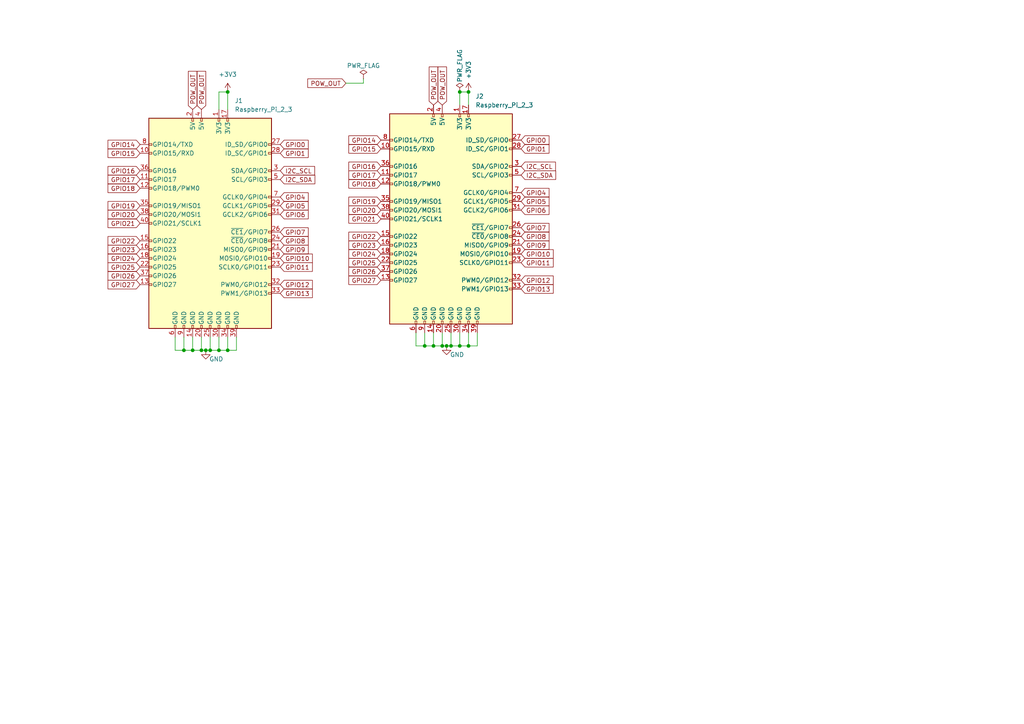
<source format=kicad_sch>
(kicad_sch (version 20211123) (generator eeschema)
  (paper "A4")
  (lib_symbols
    (symbol "Connector:Raspberry_Pi_2_3" (pin_names (offset 1.016))
      (property "Reference" "J" (at -17.78 31.75 0))
      (property "Value" "Raspberry_Pi_2_3" (at 10.16 -31.75 0))
      (symbol "Raspberry_Pi_2_3_0_1"
        (rectangle (start -17.78 30.48) (end 17.78 -30.48) (stroke (width 0.254)) (fill (type background)))
      )
      (symbol "Raspberry_Pi_2_3_1_1"
        (rectangle (start -16.891 -17.526) (end -17.78 -18.034))
        (rectangle (start -16.891 -14.986) (end -17.78 -15.494))
        (rectangle (start -16.891 -12.446) (end -17.78 -12.954))
        (rectangle (start -16.891 -9.906) (end -17.78 -10.414))
        (rectangle (start -16.891 -7.366) (end -17.78 -7.874))
        (rectangle (start -16.891 -4.826) (end -17.78 -5.334))
        (rectangle (start -16.891 0.254) (end -17.78 -0.254))
        (rectangle (start -16.891 2.794) (end -17.78 2.286))
        (rectangle (start -16.891 5.334) (end -17.78 4.826))
        (rectangle (start -16.891 10.414) (end -17.78 9.906))
        (rectangle (start -16.891 12.954) (end -17.78 12.446))
        (rectangle (start -16.891 15.494) (end -17.78 14.986))
        (rectangle (start -16.891 20.574) (end -17.78 20.066))
        (rectangle (start -16.891 23.114) (end -17.78 22.606))
        (rectangle (start -10.414 -29.591) (end -9.906 -30.48))
        (rectangle (start -7.874 -29.591) (end -7.366 -30.48))
        (rectangle (start -5.334 -29.591) (end -4.826 -30.48))
        (rectangle (start -5.334 30.48) (end -4.826 29.591))
        (rectangle (start -2.794 -29.591) (end -2.286 -30.48))
        (rectangle (start -2.794 30.48) (end -2.286 29.591))
        (rectangle (start -0.254 -29.591) (end 0.254 -30.48))
        (rectangle (start 2.286 -29.591) (end 2.794 -30.48))
        (rectangle (start 2.286 30.48) (end 2.794 29.591))
        (rectangle (start 4.826 -29.591) (end 5.334 -30.48))
        (rectangle (start 4.826 30.48) (end 5.334 29.591))
        (rectangle (start 7.366 -29.591) (end 7.874 -30.48))
        (rectangle (start 17.78 -20.066) (end 16.891 -20.574))
        (rectangle (start 17.78 -17.526) (end 16.891 -18.034))
        (rectangle (start 17.78 -12.446) (end 16.891 -12.954))
        (rectangle (start 17.78 -9.906) (end 16.891 -10.414))
        (rectangle (start 17.78 -7.366) (end 16.891 -7.874))
        (rectangle (start 17.78 -4.826) (end 16.891 -5.334))
        (rectangle (start 17.78 -2.286) (end 16.891 -2.794))
        (rectangle (start 17.78 2.794) (end 16.891 2.286))
        (rectangle (start 17.78 5.334) (end 16.891 4.826))
        (rectangle (start 17.78 7.874) (end 16.891 7.366))
        (rectangle (start 17.78 12.954) (end 16.891 12.446))
        (rectangle (start 17.78 15.494) (end 16.891 14.986))
        (rectangle (start 17.78 20.574) (end 16.891 20.066))
        (rectangle (start 17.78 23.114) (end 16.891 22.606))
        (pin power_in line (at 2.54 33.02 270) (length 2.54) (name "3V3") (number "1"))
        (pin bidirectional line (at -20.32 20.32 0) (length 2.54) (name "GPIO15/RXD") (number "10"))
        (pin bidirectional line (at -20.32 12.7 0) (length 2.54) (name "GPIO17") (number "11"))
        (pin bidirectional line (at -20.32 10.16 0) (length 2.54) (name "GPIO18/PWM0") (number "12"))
        (pin bidirectional line (at -20.32 -17.78 0) (length 2.54) (name "GPIO27") (number "13"))
        (pin power_in line (at -5.08 -33.02 90) (length 2.54) (name "GND") (number "14"))
        (pin bidirectional line (at -20.32 -5.08 0) (length 2.54) (name "GPIO22") (number "15"))
        (pin bidirectional line (at -20.32 -7.62 0) (length 2.54) (name "GPIO23") (number "16"))
        (pin power_in line (at 5.08 33.02 270) (length 2.54) (name "3V3") (number "17"))
        (pin bidirectional line (at -20.32 -10.16 0) (length 2.54) (name "GPIO24") (number "18"))
        (pin bidirectional line (at 20.32 -10.16 180) (length 2.54) (name "MOSI0/GPIO10") (number "19"))
        (pin power_in line (at -5.08 33.02 270) (length 2.54) (name "5V") (number "2"))
        (pin power_in line (at -2.54 -33.02 90) (length 2.54) (name "GND") (number "20"))
        (pin bidirectional line (at 20.32 -7.62 180) (length 2.54) (name "MISO0/GPIO9") (number "21"))
        (pin bidirectional line (at -20.32 -12.7 0) (length 2.54) (name "GPIO25") (number "22"))
        (pin bidirectional line (at 20.32 -12.7 180) (length 2.54) (name "SCLK0/GPIO11") (number "23"))
        (pin bidirectional line (at 20.32 -5.08 180) (length 2.54) (name "~{CE0}/GPIO8") (number "24"))
        (pin power_in line (at 0 -33.02 90) (length 2.54) (name "GND") (number "25"))
        (pin bidirectional line (at 20.32 -2.54 180) (length 2.54) (name "~{CE1}/GPIO7") (number "26"))
        (pin bidirectional line (at 20.32 22.86 180) (length 2.54) (name "ID_SD/GPIO0") (number "27"))
        (pin bidirectional line (at 20.32 20.32 180) (length 2.54) (name "ID_SC/GPIO1") (number "28"))
        (pin bidirectional line (at 20.32 5.08 180) (length 2.54) (name "GCLK1/GPIO5") (number "29"))
        (pin bidirectional line (at 20.32 15.24 180) (length 2.54) (name "SDA/GPIO2") (number "3"))
        (pin power_in line (at 2.54 -33.02 90) (length 2.54) (name "GND") (number "30"))
        (pin bidirectional line (at 20.32 2.54 180) (length 2.54) (name "GCLK2/GPIO6") (number "31"))
        (pin bidirectional line (at 20.32 -17.78 180) (length 2.54) (name "PWM0/GPIO12") (number "32"))
        (pin bidirectional line (at 20.32 -20.32 180) (length 2.54) (name "PWM1/GPIO13") (number "33"))
        (pin power_in line (at 5.08 -33.02 90) (length 2.54) (name "GND") (number "34"))
        (pin bidirectional line (at -20.32 5.08 0) (length 2.54) (name "GPIO19/MISO1") (number "35"))
        (pin bidirectional line (at -20.32 15.24 0) (length 2.54) (name "GPIO16") (number "36"))
        (pin bidirectional line (at -20.32 -15.24 0) (length 2.54) (name "GPIO26") (number "37"))
        (pin bidirectional line (at -20.32 2.54 0) (length 2.54) (name "GPIO20/MOSI1") (number "38"))
        (pin power_in line (at 7.62 -33.02 90) (length 2.54) (name "GND") (number "39"))
        (pin power_in line (at -2.54 33.02 270) (length 2.54) (name "5V") (number "4"))
        (pin bidirectional line (at -20.32 0 0) (length 2.54) (name "GPIO21/SCLK1") (number "40"))
        (pin bidirectional line (at 20.32 12.7 180) (length 2.54) (name "SCL/GPIO3") (number "5"))
        (pin power_in line (at -10.16 -33.02 90) (length 2.54) (name "GND") (number "6"))
        (pin bidirectional line (at 20.32 7.62 180) (length 2.54) (name "GCLK0/GPIO4") (number "7"))
        (pin bidirectional line (at -20.32 22.86 0) (length 2.54) (name "GPIO14/TXD") (number "8"))
        (pin power_in line (at -7.62 -33.02 90) (length 2.54) (name "GND") (number "9"))
      )
    )
    (symbol "power:+3.3V" (power) (pin_names (offset 0))
      (property "Value" "+3.3V" (at 0 3.556 0))
      (symbol "+3.3V_0_1"
        (polyline (pts (xy -0.762 1.27) (xy 0 2.54)))
        (polyline (pts (xy 0 0) (xy 0 2.54)))
        (polyline (pts (xy 0 2.54) (xy 0.762 1.27)))
      )
      (symbol "+3.3V_1_1"
        (pin power_in line (at 0 0 90) (length 0) hide (name "+3V3") (number "1"))
      )
    )
    (symbol "power:GND" (power) (pin_names (offset 0))
      (property "Value" "GND" (at 0 -3.81 0))
      (symbol "GND_0_1"
        (polyline (pts (xy 0 0) (xy 0 -1.27) (xy 1.27 -1.27) (xy 0 -2.54) (xy -1.27 -1.27) (xy 0 -1.27)))
      )
      (symbol "GND_1_1"
        (pin power_in line (at 0 0 270) (length 0) hide (name "GND") (number "1"))
      )
    )
    (symbol "power:PWR_FLAG" (power) (pin_numbers hide) (pin_names (offset 0) hide)
      (property "Value" "PWR_FLAG" (at 0 3.81 0))
      (symbol "PWR_FLAG_0_0"
        (pin power_out line (at 0 0 90) (length 0) (name "pwr") (number "1"))
      )
      (symbol "PWR_FLAG_0_1"
        (polyline (pts (xy 0 0) (xy 0 1.27) (xy -1.016 1.905) (xy 0 2.54) (xy 1.016 1.905) (xy 0 1.27)))
      )
    )
  )
  (junction (at 135.89 100.33))
  (junction (at 133.35 26.67))
  (junction (at 63.5 101.6))
  (junction (at 58.42 101.6))
  (junction (at 129.54 100.33))
  (junction (at 125.73 100.33))
  (junction (at 123.19 100.33))
  (junction (at 130.81 100.33))
  (junction (at 66.04 101.6))
  (junction (at 53.34 101.6))
  (junction (at 59.69 101.6))
  (junction (at 66.04 26.67))
  (junction (at 55.88 101.6))
  (junction (at 133.35 100.33))
  (junction (at 128.27 100.33))
  (junction (at 135.89 26.67))
  (junction (at 60.96 101.6))
  (wire (pts (xy 60.96 101.6) (xy 59.69 101.6)))
  (wire (pts (xy 128.27 96.52) (xy 128.27 100.33)))
  (wire (pts (xy 66.04 26.67) (xy 66.04 31.75)))
  (wire (pts (xy 135.89 96.52) (xy 135.89 100.33)))
  (wire (pts (xy 135.89 100.33) (xy 133.35 100.33)))
  (wire (pts (xy 133.35 96.52) (xy 133.35 100.33)))
  (wire (pts (xy 63.5 26.67) (xy 66.04 26.67)))
  (wire (pts (xy 130.81 96.52) (xy 130.81 100.33)))
  (wire (pts (xy 120.65 96.52) (xy 120.65 100.33)))
  (wire (pts (xy 55.88 97.79) (xy 55.88 101.6)))
  (wire (pts (xy 58.42 97.79) (xy 58.42 101.6)))
  (wire (pts (xy 135.89 30.48) (xy 135.89 26.67)))
  (wire (pts (xy 68.58 97.79) (xy 68.58 101.6)))
  (wire (pts (xy 105.41 24.13) (xy 105.41 22.86)))
  (wire (pts (xy 55.88 101.6) (xy 58.42 101.6)))
  (wire (pts (xy 53.34 101.6) (xy 55.88 101.6)))
  (wire (pts (xy 100.33 24.13) (xy 105.41 24.13)))
  (wire (pts (xy 123.19 100.33) (xy 125.73 100.33)))
  (wire (pts (xy 66.04 101.6) (xy 63.5 101.6)))
  (wire (pts (xy 60.96 97.79) (xy 60.96 101.6)))
  (wire (pts (xy 50.8 97.79) (xy 50.8 101.6)))
  (wire (pts (xy 133.35 26.67) (xy 133.35 30.48)))
  (wire (pts (xy 135.89 26.67) (xy 133.35 26.67)))
  (wire (pts (xy 125.73 96.52) (xy 125.73 100.33)))
  (wire (pts (xy 63.5 97.79) (xy 63.5 101.6)))
  (wire (pts (xy 63.5 101.6) (xy 60.96 101.6)))
  (wire (pts (xy 53.34 97.79) (xy 53.34 101.6)))
  (wire (pts (xy 133.35 100.33) (xy 130.81 100.33)))
  (wire (pts (xy 125.73 100.33) (xy 128.27 100.33)))
  (wire (pts (xy 66.04 97.79) (xy 66.04 101.6)))
  (wire (pts (xy 138.43 100.33) (xy 135.89 100.33)))
  (wire (pts (xy 120.65 100.33) (xy 123.19 100.33)))
  (wire (pts (xy 63.5 31.75) (xy 63.5 26.67)))
  (wire (pts (xy 128.27 100.33) (xy 129.54 100.33)))
  (wire (pts (xy 123.19 96.52) (xy 123.19 100.33)))
  (wire (pts (xy 68.58 101.6) (xy 66.04 101.6)))
  (wire (pts (xy 50.8 101.6) (xy 53.34 101.6)))
  (wire (pts (xy 138.43 96.52) (xy 138.43 100.33)))
  (wire (pts (xy 58.42 101.6) (xy 59.69 101.6)))
  (wire (pts (xy 130.81 100.33) (xy 129.54 100.33)))
  (global_label "GPIO15" (shape input) (at 40.64 44.45 180) (property "Intersheet References" "${INTERSHEET_REFS}" (effects hide)))
  (global_label "GPIO22" (shape input) (at 110.49 68.58 180) (property "Intersheet References" "${INTERSHEET_REFS}" (effects hide)))
  (global_label "GPIO16" (shape input) (at 40.64 49.53 180) (property "Intersheet References" "${INTERSHEET_REFS}" (effects hide)))
  (global_label "GPIO26" (shape input) (at 40.64 80.01 180) (property "Intersheet References" "${INTERSHEET_REFS}" (effects hide)))
  (global_label "GPIO12" (shape input) (at 81.28 82.55 0) (property "Intersheet References" "${INTERSHEET_REFS}" (effects hide)))
  (global_label "GPIO24" (shape input) (at 40.64 74.93 180) (property "Intersheet References" "${INTERSHEET_REFS}" (effects hide)))
  (global_label "GPIO19" (shape input) (at 110.49 58.42 180) (property "Intersheet References" "${INTERSHEET_REFS}" (effects hide)))
  (global_label "GPIO22" (shape input) (at 40.64 69.85 180) (property "Intersheet References" "${INTERSHEET_REFS}" (effects hide)))
  (global_label "GPIO13" (shape input) (at 81.28 85.09 0) (property "Intersheet References" "${INTERSHEET_REFS}" (effects hide)))
  (global_label "GPIO0" (shape input) (at 151.13 40.64 0) (property "Intersheet References" "${INTERSHEET_REFS}" (effects hide)))
  (global_label "GPIO6" (shape input) (at 81.28 62.23 0) (property "Intersheet References" "${INTERSHEET_REFS}" (effects hide)))
  (global_label "GPIO25" (shape input) (at 40.64 77.47 180) (property "Intersheet References" "${INTERSHEET_REFS}" (effects hide)))
  (global_label "GPIO10" (shape input) (at 151.13 73.66 0) (property "Intersheet References" "${INTERSHEET_REFS}" (effects hide)))
  (global_label "POW_OUT" (shape input) (at 58.42 31.75 90) (property "Intersheet References" "${INTERSHEET_REFS}" (effects hide)))
  (global_label "GPIO18" (shape input) (at 40.64 54.61 180) (property "Intersheet References" "${INTERSHEET_REFS}" (effects hide)))
  (global_label "GPIO21" (shape input) (at 40.64 64.77 180) (property "Intersheet References" "${INTERSHEET_REFS}" (effects hide)))
  (global_label "GPIO11" (shape input) (at 81.28 77.47 0) (property "Intersheet References" "${INTERSHEET_REFS}" (effects hide)))
  (global_label "GPIO14" (shape input) (at 40.64 41.91 180) (property "Intersheet References" "${INTERSHEET_REFS}" (effects hide)))
  (global_label "GPIO5" (shape input) (at 151.13 58.42 0) (property "Intersheet References" "${INTERSHEET_REFS}" (effects hide)))
  (global_label "GPIO15" (shape input) (at 110.49 43.18 180) (property "Intersheet References" "${INTERSHEET_REFS}" (effects hide)))
  (global_label "POW_OUT" (shape input) (at 125.73 30.48 90) (property "Intersheet References" "${INTERSHEET_REFS}" (effects hide)))
  (global_label "GPIO25" (shape input) (at 110.49 76.2 180) (property "Intersheet References" "${INTERSHEET_REFS}" (effects hide)))
  (global_label "GPIO8" (shape input) (at 81.28 69.85 0) (property "Intersheet References" "${INTERSHEET_REFS}" (effects hide)))
  (global_label "GPIO23" (shape input) (at 40.64 72.39 180) (property "Intersheet References" "${INTERSHEET_REFS}" (effects hide)))
  (global_label "GPIO4" (shape input) (at 151.13 55.88 0) (property "Intersheet References" "${INTERSHEET_REFS}" (effects hide)))
  (global_label "GPIO6" (shape input) (at 151.13 60.96 0) (property "Intersheet References" "${INTERSHEET_REFS}" (effects hide)))
  (global_label "GPIO4" (shape input) (at 81.28 57.15 0) (property "Intersheet References" "${INTERSHEET_REFS}" (effects hide)))
  (global_label "GPIO0" (shape input) (at 81.28 41.91 0) (property "Intersheet References" "${INTERSHEET_REFS}" (effects hide)))
  (global_label "GPIO27" (shape input) (at 110.49 81.28 180) (property "Intersheet References" "${INTERSHEET_REFS}" (effects hide)))
  (global_label "I2C_SCL" (shape input) (at 81.28 49.53 0) (property "Intersheet References" "${INTERSHEET_REFS}" (effects hide)))
  (global_label "POW_OUT" (shape input) (at 55.88 31.75 90) (property "Intersheet References" "${INTERSHEET_REFS}" (effects hide)))
  (global_label "GPIO11" (shape input) (at 151.13 76.2 0) (property "Intersheet References" "${INTERSHEET_REFS}" (effects hide)))
  (global_label "GPIO17" (shape input) (at 110.49 50.8 180) (property "Intersheet References" "${INTERSHEET_REFS}" (effects hide)))
  (global_label "GPIO1" (shape input) (at 81.28 44.45 0) (property "Intersheet References" "${INTERSHEET_REFS}" (effects hide)))
  (global_label "GPIO20" (shape input) (at 110.49 60.96 180) (property "Intersheet References" "${INTERSHEET_REFS}" (effects hide)))
  (global_label "GPIO27" (shape input) (at 40.64 82.55 180) (property "Intersheet References" "${INTERSHEET_REFS}" (effects hide)))
  (global_label "GPIO19" (shape input) (at 40.64 59.69 180) (property "Intersheet References" "${INTERSHEET_REFS}" (effects hide)))
  (global_label "GPIO9" (shape input) (at 81.28 72.39 0) (property "Intersheet References" "${INTERSHEET_REFS}" (effects hide)))
  (global_label "GPIO16" (shape input) (at 110.49 48.26 180) (property "Intersheet References" "${INTERSHEET_REFS}" (effects hide)))
  (global_label "GPIO8" (shape input) (at 151.13 68.58 0) (property "Intersheet References" "${INTERSHEET_REFS}" (effects hide)))
  (global_label "GPIO5" (shape input) (at 81.28 59.69 0) (property "Intersheet References" "${INTERSHEET_REFS}" (effects hide)))
  (global_label "GPIO1" (shape input) (at 151.13 43.18 0) (property "Intersheet References" "${INTERSHEET_REFS}" (effects hide)))
  (global_label "GPIO23" (shape input) (at 110.49 71.12 180) (property "Intersheet References" "${INTERSHEET_REFS}" (effects hide)))
  (global_label "GPIO17" (shape input) (at 40.64 52.07 180) (property "Intersheet References" "${INTERSHEET_REFS}" (effects hide)))
  (global_label "POW_OUT" (shape input) (at 128.27 30.48 90) (property "Intersheet References" "${INTERSHEET_REFS}" (effects hide)))
  (global_label "I2C_SDA" (shape input) (at 151.13 50.8 0) (property "Intersheet References" "${INTERSHEET_REFS}" (effects hide)))
  (global_label "I2C_SCL" (shape input) (at 151.13 48.26 0) (property "Intersheet References" "${INTERSHEET_REFS}" (effects hide)))
  (global_label "GPIO12" (shape input) (at 151.13 81.28 0) (property "Intersheet References" "${INTERSHEET_REFS}" (effects hide)))
  (global_label "GPIO21" (shape input) (at 110.49 63.5 180) (property "Intersheet References" "${INTERSHEET_REFS}" (effects hide)))
  (global_label "GPIO7" (shape input) (at 81.28 67.31 0) (property "Intersheet References" "${INTERSHEET_REFS}" (effects hide)))
  (global_label "GPIO9" (shape input) (at 151.13 71.12 0) (property "Intersheet References" "${INTERSHEET_REFS}" (effects hide)))
  (global_label "GPIO13" (shape input) (at 151.13 83.82 0) (property "Intersheet References" "${INTERSHEET_REFS}" (effects hide)))
  (global_label "GPIO20" (shape input) (at 40.64 62.23 180) (property "Intersheet References" "${INTERSHEET_REFS}" (effects hide)))
  (global_label "GPIO24" (shape input) (at 110.49 73.66 180) (property "Intersheet References" "${INTERSHEET_REFS}" (effects hide)))
  (global_label "GPIO14" (shape input) (at 110.49 40.64 180) (property "Intersheet References" "${INTERSHEET_REFS}" (effects hide)))
  (global_label "GPIO7" (shape input) (at 151.13 66.04 0) (property "Intersheet References" "${INTERSHEET_REFS}" (effects hide)))
  (global_label "I2C_SDA" (shape input) (at 81.28 52.07 0) (property "Intersheet References" "${INTERSHEET_REFS}" (effects hide)))
  (global_label "POW_OUT" (shape input) (at 100.33 24.13 180) (property "Intersheet References" "${INTERSHEET_REFS}" (effects hide)))
  (global_label "GPIO26" (shape input) (at 110.49 78.74 180) (property "Intersheet References" "${INTERSHEET_REFS}" (effects hide)))
  (global_label "GPIO18" (shape input) (at 110.49 53.34 180) (property "Intersheet References" "${INTERSHEET_REFS}" (effects hide)))
  (global_label "GPIO10" (shape input) (at 81.28 74.93 0) (property "Intersheet References" "${INTERSHEET_REFS}" (effects hide)))
  (symbol (lib_id "power:+3.3V") (at 66.04 26.67 0) (unit 1)
    (property "Reference" "#PWR012" (effects hide))
    (property "Value" "+3.3V" (at 66.04 21.59 0))
  )
  (symbol (lib_id "power:GND") (at 129.54 100.33 0) (unit 1)
    (property "Reference" "#PWR034" (effects hide))
    (property "Value" "GND" (at 134.62 102.87 0) (effects (justify right)))
  )
  (symbol (lib_id "power:GND") (at 59.69 101.6 0) (unit 1)
    (property "Reference" "#PWR09" (effects hide))
    (property "Value" "GND" (at 64.77 104.14 0) (effects (justify right)))
  )
  (symbol (lib_id "power:+3.3V") (at 135.89 26.67 0) (unit 1)
    (property "Reference" "#PWR035" (effects hide))
    (property "Value" "+3.3V" (at 135.89 20.32 90))
  )
  (symbol (lib_id "Connector:Raspberry_Pi_2_3") (at 130.81 63.5 0) (unit 1)
    (property "Reference" "J2" (at 137.9094 27.94 0) (effects (justify left)))
    (property "Value" "Raspberry_Pi_2_3" (at 137.9094 30.48 0) (effects (justify left)))
    (property "Footprint" "Connector_PinSocket_2.54mm:PinSocket_2x20_P2.54mm_Vertical" (effects hide))
    (property "Datasheet" "https://www.raspberrypi.org/documentation/hardware/raspberrypi/schematics/rpi_SCH_3bplus_1p0_reduced.pdf" (effects hide))
    (property "LCSC" "DNP" (effects hide))
  )
  (symbol (lib_id "power:PWR_FLAG") (at 133.35 26.67 0) (unit 1)
    (property "Reference" "#FLG0101" (effects hide))
    (property "Value" "PWR_FLAG" (at 133.35 19.05 90))
  )
  (symbol (lib_id "power:PWR_FLAG") (at 105.41 22.86 0) (unit 1)
    (property "Reference" "#FLG0102" (effects hide))
    (property "Value" "PWR_FLAG" (at 105.41 19.05 0))
  )
  (symbol (lib_id "Connector:Raspberry_Pi_2_3") (at 60.96 64.77 0) (unit 1)
    (property "Reference" "J1" (at 68.0594 29.21 0) (effects (justify left)))
    (property "Value" "Raspberry_Pi_2_3" (at 68.0594 31.75 0) (effects (justify left)))
    (property "Footprint" "Connector_PinSocket_2.54mm:PinSocket_2x20_P2.54mm_Vertical" (effects hide))
    (property "Datasheet" "https://www.raspberrypi.org/documentation/hardware/raspberrypi/schematics/rpi_SCH_3bplus_1p0_reduced.pdf" (effects hide))
    (property "LCSC" "DNP" (effects hide))
  )
)
</source>
